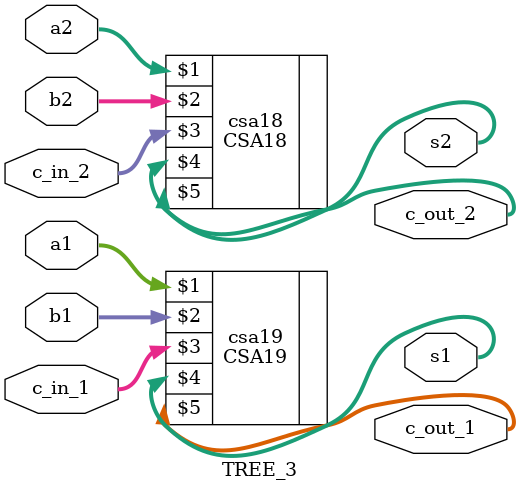
<source format=v>
`timescale 1ns / 1ps


(* keep_hierarchy = "yes" *) module TREE_3(a1, a2, b1, b2, c_in_1, c_in_2, s1, s2, c_out_1, c_out_2);
    input [18:0] a1, b1, c_in_1;
    input [17:0] a2, b2, c_in_2;
    output [18:0] s1, c_out_1;
    output [17:0] s2, c_out_2;
    
    CSA19 csa19(a1, b1, c_in_1, s1, c_out_1);
    CSA18 csa18(a2, b2, c_in_2, s2, c_out_2);
    
endmodule

</source>
